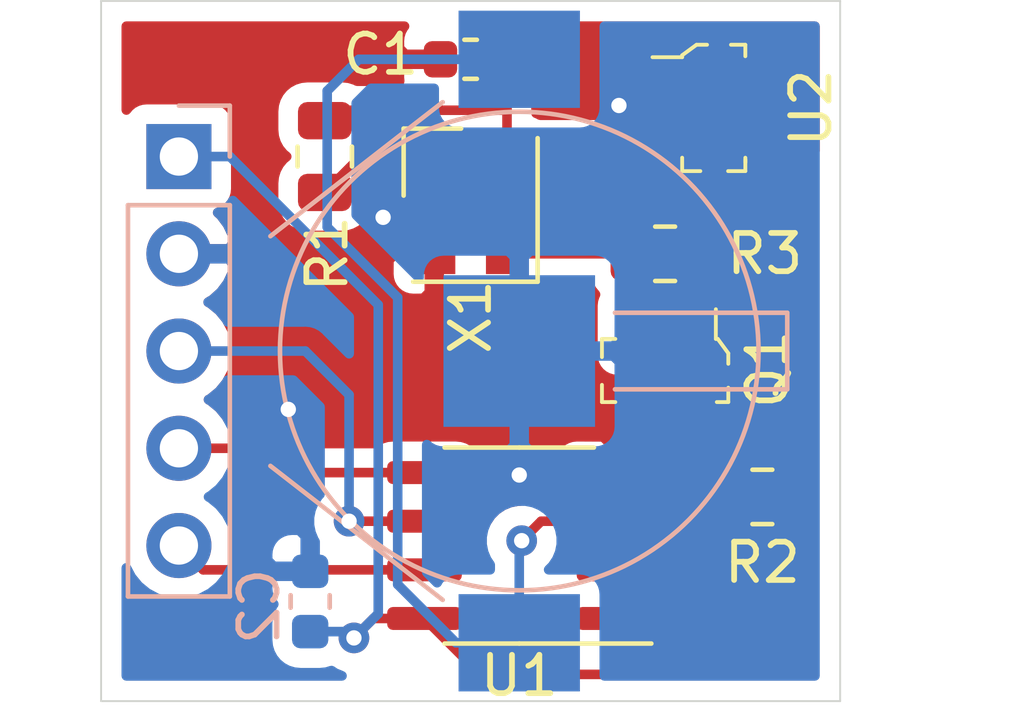
<source format=kicad_pcb>
(kicad_pcb (version 20171130) (host pcbnew "(5.1.2)-1")

  (general
    (thickness 1.6)
    (drawings 4)
    (tracks 66)
    (zones 0)
    (modules 11)
    (nets 11)
  )

  (page A4)
  (layers
    (0 F.Cu signal)
    (31 B.Cu signal)
    (32 B.Adhes user)
    (33 F.Adhes user)
    (34 B.Paste user)
    (35 F.Paste user)
    (36 B.SilkS user)
    (37 F.SilkS user)
    (38 B.Mask user)
    (39 F.Mask user)
    (40 Dwgs.User user)
    (41 Cmts.User user)
    (42 Eco1.User user)
    (43 Eco2.User user)
    (44 Edge.Cuts user)
    (45 Margin user)
    (46 B.CrtYd user)
    (47 F.CrtYd user)
    (48 B.Fab user)
    (49 F.Fab user)
  )

  (setup
    (last_trace_width 0.25)
    (trace_clearance 0.2)
    (zone_clearance 0.508)
    (zone_45_only no)
    (trace_min 0.2)
    (via_size 0.8)
    (via_drill 0.4)
    (via_min_size 0.4)
    (via_min_drill 0.3)
    (uvia_size 0.3)
    (uvia_drill 0.1)
    (uvias_allowed no)
    (uvia_min_size 0.2)
    (uvia_min_drill 0.1)
    (edge_width 0.05)
    (segment_width 0.2)
    (pcb_text_width 0.3)
    (pcb_text_size 1.5 1.5)
    (mod_edge_width 0.12)
    (mod_text_size 1 1)
    (mod_text_width 0.15)
    (pad_size 1.524 1.524)
    (pad_drill 0.762)
    (pad_to_mask_clearance 0.051)
    (solder_mask_min_width 0.25)
    (aux_axis_origin 0 0)
    (visible_elements 7FFFFFFF)
    (pcbplotparams
      (layerselection 0x010fc_ffffffff)
      (usegerberextensions false)
      (usegerberattributes false)
      (usegerberadvancedattributes false)
      (creategerberjobfile false)
      (excludeedgelayer true)
      (linewidth 0.100000)
      (plotframeref false)
      (viasonmask false)
      (mode 1)
      (useauxorigin false)
      (hpglpennumber 1)
      (hpglpenspeed 20)
      (hpglpendiameter 15.000000)
      (psnegative false)
      (psa4output false)
      (plotreference true)
      (plotvalue true)
      (plotinvisibletext false)
      (padsonsilk false)
      (subtractmaskfromsilk false)
      (outputformat 1)
      (mirror false)
      (drillshape 0)
      (scaleselection 1)
      (outputdirectory "gbr/"))
  )

  (net 0 "")
  (net 1 GND)
  (net 2 "Net-(BT1-Pad1)")
  (net 3 3.3V)
  (net 4 MFP)
  (net 5 SDA)
  (net 6 SCL)
  (net 7 5V)
  (net 8 UOSC)
  (net 9 OSC)
  (net 10 OE)

  (net_class Default "This is the default net class."
    (clearance 0.2)
    (trace_width 0.25)
    (via_dia 0.8)
    (via_drill 0.4)
    (uvia_dia 0.3)
    (uvia_drill 0.1)
    (add_net 3.3V)
    (add_net 5V)
    (add_net GND)
    (add_net MFP)
    (add_net "Net-(BT1-Pad1)")
    (add_net OE)
    (add_net OSC)
    (add_net SCL)
    (add_net SDA)
    (add_net UOSC)
  )

  (module Capacitor_SMD:C_0603_1608Metric (layer B.Cu) (tedit 5B301BBE) (tstamp 5EB295AC)
    (at 138.049 108.1405 90)
    (descr "Capacitor SMD 0603 (1608 Metric), square (rectangular) end terminal, IPC_7351 nominal, (Body size source: http://www.tortai-tech.com/upload/download/2011102023233369053.pdf), generated with kicad-footprint-generator")
    (tags capacitor)
    (path /5EB5583D)
    (attr smd)
    (fp_text reference C2 (at -0.127 -1.3335 90) (layer B.SilkS)
      (effects (font (size 1 1) (thickness 0.15)) (justify mirror))
    )
    (fp_text value 10kpF (at 0 -1.43 90) (layer B.Fab)
      (effects (font (size 1 1) (thickness 0.15)) (justify mirror))
    )
    (fp_text user %R (at 0 0 90) (layer B.Fab)
      (effects (font (size 0.4 0.4) (thickness 0.06)) (justify mirror))
    )
    (fp_line (start 1.48 -0.73) (end -1.48 -0.73) (layer B.CrtYd) (width 0.05))
    (fp_line (start 1.48 0.73) (end 1.48 -0.73) (layer B.CrtYd) (width 0.05))
    (fp_line (start -1.48 0.73) (end 1.48 0.73) (layer B.CrtYd) (width 0.05))
    (fp_line (start -1.48 -0.73) (end -1.48 0.73) (layer B.CrtYd) (width 0.05))
    (fp_line (start -0.162779 -0.51) (end 0.162779 -0.51) (layer B.SilkS) (width 0.12))
    (fp_line (start -0.162779 0.51) (end 0.162779 0.51) (layer B.SilkS) (width 0.12))
    (fp_line (start 0.8 -0.4) (end -0.8 -0.4) (layer B.Fab) (width 0.1))
    (fp_line (start 0.8 0.4) (end 0.8 -0.4) (layer B.Fab) (width 0.1))
    (fp_line (start -0.8 0.4) (end 0.8 0.4) (layer B.Fab) (width 0.1))
    (fp_line (start -0.8 -0.4) (end -0.8 0.4) (layer B.Fab) (width 0.1))
    (pad 2 smd roundrect (at 0.7875 0 90) (size 0.875 0.95) (layers B.Cu B.Paste B.Mask) (roundrect_rratio 0.25)
      (net 1 GND))
    (pad 1 smd roundrect (at -0.7875 0 90) (size 0.875 0.95) (layers B.Cu B.Paste B.Mask) (roundrect_rratio 0.25)
      (net 7 5V))
    (model ${KISYS3DMOD}/Capacitor_SMD.3dshapes/C_0603_1608Metric.wrl
      (at (xyz 0 0 0))
      (scale (xyz 1 1 1))
      (rotate (xyz 0 0 0))
    )
  )

  (module Capacitor_SMD:C_0603_1608Metric (layer F.Cu) (tedit 5B301BBE) (tstamp 5EB27AFC)
    (at 142.24 93.98)
    (descr "Capacitor SMD 0603 (1608 Metric), square (rectangular) end terminal, IPC_7351 nominal, (Body size source: http://www.tortai-tech.com/upload/download/2011102023233369053.pdf), generated with kicad-footprint-generator")
    (tags capacitor)
    (path /5EB4CB1A)
    (attr smd)
    (fp_text reference C1 (at -2.3495 -0.127) (layer F.SilkS)
      (effects (font (size 1 1) (thickness 0.15)))
    )
    (fp_text value 10kpF (at 0 1.43) (layer F.Fab)
      (effects (font (size 1 1) (thickness 0.15)))
    )
    (fp_text user %R (at 0 0) (layer F.Fab)
      (effects (font (size 0.4 0.4) (thickness 0.06)))
    )
    (fp_line (start 1.48 0.73) (end -1.48 0.73) (layer F.CrtYd) (width 0.05))
    (fp_line (start 1.48 -0.73) (end 1.48 0.73) (layer F.CrtYd) (width 0.05))
    (fp_line (start -1.48 -0.73) (end 1.48 -0.73) (layer F.CrtYd) (width 0.05))
    (fp_line (start -1.48 0.73) (end -1.48 -0.73) (layer F.CrtYd) (width 0.05))
    (fp_line (start -0.162779 0.51) (end 0.162779 0.51) (layer F.SilkS) (width 0.12))
    (fp_line (start -0.162779 -0.51) (end 0.162779 -0.51) (layer F.SilkS) (width 0.12))
    (fp_line (start 0.8 0.4) (end -0.8 0.4) (layer F.Fab) (width 0.1))
    (fp_line (start 0.8 -0.4) (end 0.8 0.4) (layer F.Fab) (width 0.1))
    (fp_line (start -0.8 -0.4) (end 0.8 -0.4) (layer F.Fab) (width 0.1))
    (fp_line (start -0.8 0.4) (end -0.8 -0.4) (layer F.Fab) (width 0.1))
    (pad 2 smd roundrect (at 0.7875 0) (size 0.875 0.95) (layers F.Cu F.Paste F.Mask) (roundrect_rratio 0.25)
      (net 3 3.3V))
    (pad 1 smd roundrect (at -0.7875 0) (size 0.875 0.95) (layers F.Cu F.Paste F.Mask) (roundrect_rratio 0.25)
      (net 1 GND))
    (model ${KISYS3DMOD}/Capacitor_SMD.3dshapes/C_0603_1608Metric.wrl
      (at (xyz 0 0 0))
      (scale (xyz 1 1 1))
      (rotate (xyz 0 0 0))
    )
  )

  (module Battery:BatteryHolder_Keystone_2894_CR1220 (layer B.Cu) (tedit 5EB215E3) (tstamp 5EB27AEB)
    (at 143.51 101.6 270)
    (path /5EB3005C)
    (fp_text reference BT1 (at 0 -8 270) (layer B.SilkS) hide
      (effects (font (size 1 1) (thickness 0.15)) (justify mirror))
    )
    (fp_text value Battery_Cell (at 0 -9.5 270) (layer B.Fab)
      (effects (font (size 1 1) (thickness 0.15)) (justify mirror))
    )
    (fp_line (start 1 -7) (end 1 -2.5) (layer B.SilkS) (width 0.12))
    (fp_line (start -1 -7) (end 1 -7) (layer B.SilkS) (width 0.12))
    (fp_line (start -1 -2.5) (end -1 -7) (layer B.SilkS) (width 0.12))
    (fp_line (start 3 6.5) (end 6.5 2) (layer B.SilkS) (width 0.12))
    (fp_line (start -6.5 2) (end -3 6.5) (layer B.SilkS) (width 0.12))
    (fp_line (start -6.5 2) (end -9 2) (layer B.CrtYd) (width 0.12))
    (fp_line (start -3 6.5) (end -6.5 2) (layer B.CrtYd) (width 0.12))
    (fp_line (start 3 6.5) (end -3 6.5) (layer B.CrtYd) (width 0.12))
    (fp_line (start 6.5 2) (end 3 6.5) (layer B.CrtYd) (width 0.12))
    (fp_line (start 9 2) (end 6.5 2) (layer B.CrtYd) (width 0.12))
    (fp_line (start 9 -2) (end 9 2) (layer B.CrtYd) (width 0.12))
    (fp_line (start 6.5 -2) (end 9 -2) (layer B.CrtYd) (width 0.12))
    (fp_line (start 3 -6.5) (end 6.5 -2) (layer B.CrtYd) (width 0.12))
    (fp_line (start -3 -6.5) (end 3 -6.5) (layer B.CrtYd) (width 0.12))
    (fp_line (start -6.5 -2) (end -3 -6.5) (layer B.CrtYd) (width 0.12))
    (fp_line (start -9 -2) (end -6.5 -2) (layer B.CrtYd) (width 0.12))
    (fp_line (start -9 2) (end -9 -2) (layer B.CrtYd) (width 0.12))
    (fp_circle (center 0 0) (end 6.25 0) (layer B.SilkS) (width 0.12))
    (pad 1 smd rect (at 7.62 0 270) (size 2.54 3.17) (layers B.Cu B.Paste B.Mask)
      (net 2 "Net-(BT1-Pad1)"))
    (pad 1 smd rect (at -7.62 0 270) (size 2.54 3.17) (layers B.Cu B.Paste B.Mask)
      (net 2 "Net-(BT1-Pad1)"))
    (pad 2 smd rect (at 0 0 270) (size 3.96 3.96) (layers B.Cu B.Paste B.Mask)
      (net 1 GND))
  )

  (module Oscillator:ECS-327MVATX-3 (layer F.Cu) (tedit 5E8BE8B7) (tstamp 5EB27BAA)
    (at 142.24 97.79 270)
    (path /5EB21F07)
    (fp_text reference X1 (at 2.921 0 90) (layer F.SilkS)
      (effects (font (size 1 1) (thickness 0.15)))
    )
    (fp_text value ECS-327TXO (at 0 -2.5 90) (layer F.Fab)
      (effects (font (size 1 1) (thickness 0.15)))
    )
    (fp_line (start 2 -1.75) (end 2 1.5) (layer F.SilkS) (width 0.12))
    (fp_line (start -1.75 -1.75) (end 2 -1.75) (layer F.SilkS) (width 0.12))
    (fp_line (start -2 1.75) (end -0.25 1.75) (layer F.SilkS) (width 0.12))
    (fp_line (start -2 0.25) (end -2 1.75) (layer F.SilkS) (width 0.12))
    (fp_line (start 2 -1.75) (end -2 -1.75) (layer F.CrtYd) (width 0.12))
    (fp_line (start 2 1.75) (end 2 -1.75) (layer F.CrtYd) (width 0.12))
    (fp_line (start -2 1.75) (end 2 1.75) (layer F.CrtYd) (width 0.12))
    (fp_line (start -2 -1.75) (end -2 1.75) (layer F.CrtYd) (width 0.12))
    (pad 2 smd rect (at 1.15 0.95 270) (size 1.3 1.1) (layers F.Cu F.Paste F.Mask)
      (net 1 GND))
    (pad 1 smd rect (at -1.15 0.95 270) (size 1.3 1.1) (layers F.Cu F.Paste F.Mask)
      (net 10 OE))
    (pad 3 smd rect (at 1.15 -0.95 270) (size 1.3 1.1) (layers F.Cu F.Paste F.Mask)
      (net 8 UOSC))
    (pad 4 smd rect (at -1.15 -0.95 270) (size 1.3 1.1) (layers F.Cu F.Paste F.Mask)
      (net 3 3.3V))
  )

  (module digikey-footprints:SOT-23-3 (layer F.Cu) (tedit 5D28A5E3) (tstamp 5EB27B9A)
    (at 148.59 95.25)
    (path /5EB26343)
    (attr smd)
    (fp_text reference U2 (at 2.54 0 90) (layer F.SilkS)
      (effects (font (size 1 1) (thickness 0.15)))
    )
    (fp_text value MCP1700T-3302E_TT (at 0.025 3.25) (layer F.Fab)
      (effects (font (size 1 1) (thickness 0.15)))
    )
    (fp_line (start 0.7 1.52) (end 0.7 -1.52) (layer F.Fab) (width 0.1))
    (fp_line (start -0.7 1.52) (end 0.7 1.52) (layer F.Fab) (width 0.1))
    (fp_text user %R (at -0.125 0.15) (layer F.Fab)
      (effects (font (size 0.25 0.25) (thickness 0.05)))
    )
    (fp_line (start 0.825 -1.65) (end 0.825 -1.35) (layer F.SilkS) (width 0.1))
    (fp_line (start 0.45 -1.65) (end 0.825 -1.65) (layer F.SilkS) (width 0.1))
    (fp_line (start 0.825 1.65) (end 0.375 1.65) (layer F.SilkS) (width 0.1))
    (fp_line (start 0.825 1.35) (end 0.825 1.65) (layer F.SilkS) (width 0.1))
    (fp_line (start 0.825 1.425) (end 0.825 1.3) (layer F.SilkS) (width 0.1))
    (fp_line (start -0.825 1.65) (end -0.825 1.3) (layer F.SilkS) (width 0.1))
    (fp_line (start -0.35 1.65) (end -0.825 1.65) (layer F.SilkS) (width 0.1))
    (fp_line (start -0.425 -1.525) (end -0.7 -1.325) (layer F.Fab) (width 0.1))
    (fp_line (start -0.425 -1.525) (end 0.7 -1.525) (layer F.Fab) (width 0.1))
    (fp_line (start -0.7 -1.325) (end -0.7 1.525) (layer F.Fab) (width 0.1))
    (fp_line (start -0.825 -1.325) (end -1.6 -1.325) (layer F.SilkS) (width 0.1))
    (fp_line (start -0.825 -1.375) (end -0.825 -1.325) (layer F.SilkS) (width 0.1))
    (fp_line (start -0.45 -1.65) (end -0.825 -1.375) (layer F.SilkS) (width 0.1))
    (fp_line (start -0.175 -1.65) (end -0.45 -1.65) (layer F.SilkS) (width 0.1))
    (fp_line (start 1.825 -1.95) (end 1.825 1.95) (layer F.CrtYd) (width 0.05))
    (fp_line (start 1.825 1.95) (end -1.825 1.95) (layer F.CrtYd) (width 0.05))
    (fp_line (start -1.825 -1.95) (end -1.825 1.95) (layer F.CrtYd) (width 0.05))
    (fp_line (start -1.825 -1.95) (end 1.825 -1.95) (layer F.CrtYd) (width 0.05))
    (pad 1 smd rect (at -1.05 -0.95) (size 1.3 0.6) (layers F.Cu F.Paste F.Mask)
      (net 1 GND) (solder_mask_margin 0.07))
    (pad 2 smd rect (at -1.05 0.95) (size 1.3 0.6) (layers F.Cu F.Paste F.Mask)
      (net 3 3.3V) (solder_mask_margin 0.07))
    (pad 3 smd rect (at 1.05 0) (size 1.3 0.6) (layers F.Cu F.Paste F.Mask)
      (net 7 5V) (solder_mask_margin 0.07))
  )

  (module Package_SO:SOIC-8_3.9x4.9mm_P1.27mm (layer F.Cu) (tedit 5C97300E) (tstamp 5EB27B7E)
    (at 143.51 106.68 180)
    (descr "SOIC, 8 Pin (JEDEC MS-012AA, https://www.analog.com/media/en/package-pcb-resources/package/pkg_pdf/soic_narrow-r/r_8.pdf), generated with kicad-footprint-generator ipc_gullwing_generator.py")
    (tags "SOIC SO")
    (path /5EB20E7A)
    (attr smd)
    (fp_text reference U1 (at 0 -3.4) (layer F.SilkS)
      (effects (font (size 1 1) (thickness 0.15)))
    )
    (fp_text value MCP7940N-xSN (at 0 3.4) (layer F.Fab)
      (effects (font (size 1 1) (thickness 0.15)))
    )
    (fp_text user %R (at 0 0) (layer F.Fab)
      (effects (font (size 0.98 0.98) (thickness 0.15)))
    )
    (fp_line (start 3.7 -2.7) (end -3.7 -2.7) (layer F.CrtYd) (width 0.05))
    (fp_line (start 3.7 2.7) (end 3.7 -2.7) (layer F.CrtYd) (width 0.05))
    (fp_line (start -3.7 2.7) (end 3.7 2.7) (layer F.CrtYd) (width 0.05))
    (fp_line (start -3.7 -2.7) (end -3.7 2.7) (layer F.CrtYd) (width 0.05))
    (fp_line (start -1.95 -1.475) (end -0.975 -2.45) (layer F.Fab) (width 0.1))
    (fp_line (start -1.95 2.45) (end -1.95 -1.475) (layer F.Fab) (width 0.1))
    (fp_line (start 1.95 2.45) (end -1.95 2.45) (layer F.Fab) (width 0.1))
    (fp_line (start 1.95 -2.45) (end 1.95 2.45) (layer F.Fab) (width 0.1))
    (fp_line (start -0.975 -2.45) (end 1.95 -2.45) (layer F.Fab) (width 0.1))
    (fp_line (start 0 -2.56) (end -3.45 -2.56) (layer F.SilkS) (width 0.12))
    (fp_line (start 0 -2.56) (end 1.95 -2.56) (layer F.SilkS) (width 0.12))
    (fp_line (start 0 2.56) (end -1.95 2.56) (layer F.SilkS) (width 0.12))
    (fp_line (start 0 2.56) (end 1.95 2.56) (layer F.SilkS) (width 0.12))
    (pad 8 smd roundrect (at 2.475 -1.905 180) (size 1.95 0.6) (layers F.Cu F.Paste F.Mask) (roundrect_rratio 0.25)
      (net 7 5V))
    (pad 7 smd roundrect (at 2.475 -0.635 180) (size 1.95 0.6) (layers F.Cu F.Paste F.Mask) (roundrect_rratio 0.25)
      (net 4 MFP))
    (pad 6 smd roundrect (at 2.475 0.635 180) (size 1.95 0.6) (layers F.Cu F.Paste F.Mask) (roundrect_rratio 0.25)
      (net 6 SCL))
    (pad 5 smd roundrect (at 2.475 1.905 180) (size 1.95 0.6) (layers F.Cu F.Paste F.Mask) (roundrect_rratio 0.25)
      (net 5 SDA))
    (pad 4 smd roundrect (at -2.475 1.905 180) (size 1.95 0.6) (layers F.Cu F.Paste F.Mask) (roundrect_rratio 0.25)
      (net 1 GND))
    (pad 3 smd roundrect (at -2.475 0.635 180) (size 1.95 0.6) (layers F.Cu F.Paste F.Mask) (roundrect_rratio 0.25)
      (net 2 "Net-(BT1-Pad1)"))
    (pad 2 smd roundrect (at -2.475 -0.635 180) (size 1.95 0.6) (layers F.Cu F.Paste F.Mask) (roundrect_rratio 0.25))
    (pad 1 smd roundrect (at -2.475 -1.905 180) (size 1.95 0.6) (layers F.Cu F.Paste F.Mask) (roundrect_rratio 0.25)
      (net 9 OSC))
    (model ${KISYS3DMOD}/Package_SO.3dshapes/SOIC-8_3.9x4.9mm_P1.27mm.wrl
      (at (xyz 0 0 0))
      (scale (xyz 1 1 1))
      (rotate (xyz 0 0 0))
    )
  )

  (module Resistor_SMD:R_0805_2012Metric (layer F.Cu) (tedit 5B36C52B) (tstamp 5EB27B64)
    (at 147.32 99.06)
    (descr "Resistor SMD 0805 (2012 Metric), square (rectangular) end terminal, IPC_7351 nominal, (Body size source: https://docs.google.com/spreadsheets/d/1BsfQQcO9C6DZCsRaXUlFlo91Tg2WpOkGARC1WS5S8t0/edit?usp=sharing), generated with kicad-footprint-generator")
    (tags resistor)
    (path /5EB25BA9)
    (attr smd)
    (fp_text reference R3 (at 2.6035 0) (layer F.SilkS)
      (effects (font (size 1 1) (thickness 0.15)))
    )
    (fp_text value 10kR (at 0 1.65) (layer F.Fab)
      (effects (font (size 1 1) (thickness 0.15)))
    )
    (fp_text user %R (at 0 0) (layer F.Fab)
      (effects (font (size 0.5 0.5) (thickness 0.08)))
    )
    (fp_line (start 1.68 0.95) (end -1.68 0.95) (layer F.CrtYd) (width 0.05))
    (fp_line (start 1.68 -0.95) (end 1.68 0.95) (layer F.CrtYd) (width 0.05))
    (fp_line (start -1.68 -0.95) (end 1.68 -0.95) (layer F.CrtYd) (width 0.05))
    (fp_line (start -1.68 0.95) (end -1.68 -0.95) (layer F.CrtYd) (width 0.05))
    (fp_line (start -0.258578 0.71) (end 0.258578 0.71) (layer F.SilkS) (width 0.12))
    (fp_line (start -0.258578 -0.71) (end 0.258578 -0.71) (layer F.SilkS) (width 0.12))
    (fp_line (start 1 0.6) (end -1 0.6) (layer F.Fab) (width 0.1))
    (fp_line (start 1 -0.6) (end 1 0.6) (layer F.Fab) (width 0.1))
    (fp_line (start -1 -0.6) (end 1 -0.6) (layer F.Fab) (width 0.1))
    (fp_line (start -1 0.6) (end -1 -0.6) (layer F.Fab) (width 0.1))
    (pad 2 smd roundrect (at 0.9375 0) (size 0.975 1.4) (layers F.Cu F.Paste F.Mask) (roundrect_rratio 0.25)
      (net 3 3.3V))
    (pad 1 smd roundrect (at -0.9375 0) (size 0.975 1.4) (layers F.Cu F.Paste F.Mask) (roundrect_rratio 0.25)
      (net 8 UOSC))
    (model ${KISYS3DMOD}/Resistor_SMD.3dshapes/R_0805_2012Metric.wrl
      (at (xyz 0 0 0))
      (scale (xyz 1 1 1))
      (rotate (xyz 0 0 0))
    )
  )

  (module Resistor_SMD:R_0805_2012Metric (layer F.Cu) (tedit 5B36C52B) (tstamp 5EB27B53)
    (at 149.86 105.41)
    (descr "Resistor SMD 0805 (2012 Metric), square (rectangular) end terminal, IPC_7351 nominal, (Body size source: https://docs.google.com/spreadsheets/d/1BsfQQcO9C6DZCsRaXUlFlo91Tg2WpOkGARC1WS5S8t0/edit?usp=sharing), generated with kicad-footprint-generator")
    (tags resistor)
    (path /5EB252C4)
    (attr smd)
    (fp_text reference R2 (at 0 1.7145) (layer F.SilkS)
      (effects (font (size 1 1) (thickness 0.15)))
    )
    (fp_text value 10kR (at 0 1.65) (layer F.Fab)
      (effects (font (size 1 1) (thickness 0.15)))
    )
    (fp_text user %R (at 0 0) (layer F.Fab)
      (effects (font (size 0.5 0.5) (thickness 0.08)))
    )
    (fp_line (start 1.68 0.95) (end -1.68 0.95) (layer F.CrtYd) (width 0.05))
    (fp_line (start 1.68 -0.95) (end 1.68 0.95) (layer F.CrtYd) (width 0.05))
    (fp_line (start -1.68 -0.95) (end 1.68 -0.95) (layer F.CrtYd) (width 0.05))
    (fp_line (start -1.68 0.95) (end -1.68 -0.95) (layer F.CrtYd) (width 0.05))
    (fp_line (start -0.258578 0.71) (end 0.258578 0.71) (layer F.SilkS) (width 0.12))
    (fp_line (start -0.258578 -0.71) (end 0.258578 -0.71) (layer F.SilkS) (width 0.12))
    (fp_line (start 1 0.6) (end -1 0.6) (layer F.Fab) (width 0.1))
    (fp_line (start 1 -0.6) (end 1 0.6) (layer F.Fab) (width 0.1))
    (fp_line (start -1 -0.6) (end 1 -0.6) (layer F.Fab) (width 0.1))
    (fp_line (start -1 0.6) (end -1 -0.6) (layer F.Fab) (width 0.1))
    (pad 2 smd roundrect (at 0.9375 0) (size 0.975 1.4) (layers F.Cu F.Paste F.Mask) (roundrect_rratio 0.25)
      (net 7 5V))
    (pad 1 smd roundrect (at -0.9375 0) (size 0.975 1.4) (layers F.Cu F.Paste F.Mask) (roundrect_rratio 0.25)
      (net 9 OSC))
    (model ${KISYS3DMOD}/Resistor_SMD.3dshapes/R_0805_2012Metric.wrl
      (at (xyz 0 0 0))
      (scale (xyz 1 1 1))
      (rotate (xyz 0 0 0))
    )
  )

  (module Resistor_SMD:R_0805_2012Metric (layer F.Cu) (tedit 5B36C52B) (tstamp 5EB27B42)
    (at 138.43 96.52 90)
    (descr "Resistor SMD 0805 (2012 Metric), square (rectangular) end terminal, IPC_7351 nominal, (Body size source: https://docs.google.com/spreadsheets/d/1BsfQQcO9C6DZCsRaXUlFlo91Tg2WpOkGARC1WS5S8t0/edit?usp=sharing), generated with kicad-footprint-generator")
    (tags resistor)
    (path /5EB279EA)
    (attr smd)
    (fp_text reference R1 (at -2.54 0.0635 90) (layer F.SilkS)
      (effects (font (size 1 1) (thickness 0.15)))
    )
    (fp_text value 10kR (at 0 1.65 90) (layer F.Fab)
      (effects (font (size 1 1) (thickness 0.15)))
    )
    (fp_text user %R (at 0 0 90) (layer F.Fab)
      (effects (font (size 0.5 0.5) (thickness 0.08)))
    )
    (fp_line (start 1.68 0.95) (end -1.68 0.95) (layer F.CrtYd) (width 0.05))
    (fp_line (start 1.68 -0.95) (end 1.68 0.95) (layer F.CrtYd) (width 0.05))
    (fp_line (start -1.68 -0.95) (end 1.68 -0.95) (layer F.CrtYd) (width 0.05))
    (fp_line (start -1.68 0.95) (end -1.68 -0.95) (layer F.CrtYd) (width 0.05))
    (fp_line (start -0.258578 0.71) (end 0.258578 0.71) (layer F.SilkS) (width 0.12))
    (fp_line (start -0.258578 -0.71) (end 0.258578 -0.71) (layer F.SilkS) (width 0.12))
    (fp_line (start 1 0.6) (end -1 0.6) (layer F.Fab) (width 0.1))
    (fp_line (start 1 -0.6) (end 1 0.6) (layer F.Fab) (width 0.1))
    (fp_line (start -1 -0.6) (end 1 -0.6) (layer F.Fab) (width 0.1))
    (fp_line (start -1 0.6) (end -1 -0.6) (layer F.Fab) (width 0.1))
    (pad 2 smd roundrect (at 0.9375 0 90) (size 0.975 1.4) (layers F.Cu F.Paste F.Mask) (roundrect_rratio 0.25)
      (net 3 3.3V))
    (pad 1 smd roundrect (at -0.9375 0 90) (size 0.975 1.4) (layers F.Cu F.Paste F.Mask) (roundrect_rratio 0.25)
      (net 10 OE))
    (model ${KISYS3DMOD}/Resistor_SMD.3dshapes/R_0805_2012Metric.wrl
      (at (xyz 0 0 0))
      (scale (xyz 1 1 1))
      (rotate (xyz 0 0 0))
    )
  )

  (module digikey-footprints:SOT-23-3 (layer F.Cu) (tedit 5D28A5E3) (tstamp 5EB27B31)
    (at 147.32 102.108 270)
    (path /5EB24B85)
    (attr smd)
    (fp_text reference Q1 (at -0.0295 -2.667 90) (layer F.SilkS)
      (effects (font (size 1 1) (thickness 0.15)))
    )
    (fp_text value BSS138-7-F (at 0.025 3.25 90) (layer F.Fab)
      (effects (font (size 1 1) (thickness 0.15)))
    )
    (fp_line (start 0.7 1.52) (end 0.7 -1.52) (layer F.Fab) (width 0.1))
    (fp_line (start -0.7 1.52) (end 0.7 1.52) (layer F.Fab) (width 0.1))
    (fp_text user %R (at -0.125 0.15 90) (layer F.Fab)
      (effects (font (size 0.25 0.25) (thickness 0.05)))
    )
    (fp_line (start 0.825 -1.65) (end 0.825 -1.35) (layer F.SilkS) (width 0.1))
    (fp_line (start 0.45 -1.65) (end 0.825 -1.65) (layer F.SilkS) (width 0.1))
    (fp_line (start 0.825 1.65) (end 0.375 1.65) (layer F.SilkS) (width 0.1))
    (fp_line (start 0.825 1.35) (end 0.825 1.65) (layer F.SilkS) (width 0.1))
    (fp_line (start 0.825 1.425) (end 0.825 1.3) (layer F.SilkS) (width 0.1))
    (fp_line (start -0.825 1.65) (end -0.825 1.3) (layer F.SilkS) (width 0.1))
    (fp_line (start -0.35 1.65) (end -0.825 1.65) (layer F.SilkS) (width 0.1))
    (fp_line (start -0.425 -1.525) (end -0.7 -1.325) (layer F.Fab) (width 0.1))
    (fp_line (start -0.425 -1.525) (end 0.7 -1.525) (layer F.Fab) (width 0.1))
    (fp_line (start -0.7 -1.325) (end -0.7 1.525) (layer F.Fab) (width 0.1))
    (fp_line (start -0.825 -1.325) (end -1.6 -1.325) (layer F.SilkS) (width 0.1))
    (fp_line (start -0.825 -1.375) (end -0.825 -1.325) (layer F.SilkS) (width 0.1))
    (fp_line (start -0.45 -1.65) (end -0.825 -1.375) (layer F.SilkS) (width 0.1))
    (fp_line (start -0.175 -1.65) (end -0.45 -1.65) (layer F.SilkS) (width 0.1))
    (fp_line (start 1.825 -1.95) (end 1.825 1.95) (layer F.CrtYd) (width 0.05))
    (fp_line (start 1.825 1.95) (end -1.825 1.95) (layer F.CrtYd) (width 0.05))
    (fp_line (start -1.825 -1.95) (end -1.825 1.95) (layer F.CrtYd) (width 0.05))
    (fp_line (start -1.825 -1.95) (end 1.825 -1.95) (layer F.CrtYd) (width 0.05))
    (pad 1 smd rect (at -1.05 -0.95 270) (size 1.3 0.6) (layers F.Cu F.Paste F.Mask)
      (net 3 3.3V) (solder_mask_margin 0.07))
    (pad 2 smd rect (at -1.05 0.95 270) (size 1.3 0.6) (layers F.Cu F.Paste F.Mask)
      (net 8 UOSC) (solder_mask_margin 0.07))
    (pad 3 smd rect (at 1.05 0 270) (size 1.3 0.6) (layers F.Cu F.Paste F.Mask)
      (net 9 OSC) (solder_mask_margin 0.07))
  )

  (module Connector_PinHeader_2.54mm:PinHeader_1x05_P2.54mm_Vertical (layer B.Cu) (tedit 59FED5CC) (tstamp 5EB27B15)
    (at 134.62 96.52 180)
    (descr "Through hole straight pin header, 1x05, 2.54mm pitch, single row")
    (tags "Through hole pin header THT 1x05 2.54mm single row")
    (path /5EB31020)
    (fp_text reference J1 (at 0 2.33) (layer B.SilkS) hide
      (effects (font (size 1 1) (thickness 0.15)) (justify mirror))
    )
    (fp_text value Conn_01x05 (at 0 -12.49) (layer B.Fab)
      (effects (font (size 1 1) (thickness 0.15)) (justify mirror))
    )
    (fp_text user %R (at 0 -5.08 270) (layer B.Fab)
      (effects (font (size 1 1) (thickness 0.15)) (justify mirror))
    )
    (fp_line (start 1.8 1.8) (end -1.8 1.8) (layer B.CrtYd) (width 0.05))
    (fp_line (start 1.8 -11.95) (end 1.8 1.8) (layer B.CrtYd) (width 0.05))
    (fp_line (start -1.8 -11.95) (end 1.8 -11.95) (layer B.CrtYd) (width 0.05))
    (fp_line (start -1.8 1.8) (end -1.8 -11.95) (layer B.CrtYd) (width 0.05))
    (fp_line (start -1.33 1.33) (end 0 1.33) (layer B.SilkS) (width 0.12))
    (fp_line (start -1.33 0) (end -1.33 1.33) (layer B.SilkS) (width 0.12))
    (fp_line (start -1.33 -1.27) (end 1.33 -1.27) (layer B.SilkS) (width 0.12))
    (fp_line (start 1.33 -1.27) (end 1.33 -11.49) (layer B.SilkS) (width 0.12))
    (fp_line (start -1.33 -1.27) (end -1.33 -11.49) (layer B.SilkS) (width 0.12))
    (fp_line (start -1.33 -11.49) (end 1.33 -11.49) (layer B.SilkS) (width 0.12))
    (fp_line (start -1.27 0.635) (end -0.635 1.27) (layer B.Fab) (width 0.1))
    (fp_line (start -1.27 -11.43) (end -1.27 0.635) (layer B.Fab) (width 0.1))
    (fp_line (start 1.27 -11.43) (end -1.27 -11.43) (layer B.Fab) (width 0.1))
    (fp_line (start 1.27 1.27) (end 1.27 -11.43) (layer B.Fab) (width 0.1))
    (fp_line (start -0.635 1.27) (end 1.27 1.27) (layer B.Fab) (width 0.1))
    (pad 5 thru_hole oval (at 0 -10.16 180) (size 1.7 1.7) (drill 1) (layers *.Cu *.Mask)
      (net 4 MFP))
    (pad 4 thru_hole oval (at 0 -7.62 180) (size 1.7 1.7) (drill 1) (layers *.Cu *.Mask)
      (net 5 SDA))
    (pad 3 thru_hole oval (at 0 -5.08 180) (size 1.7 1.7) (drill 1) (layers *.Cu *.Mask)
      (net 6 SCL))
    (pad 2 thru_hole oval (at 0 -2.54 180) (size 1.7 1.7) (drill 1) (layers *.Cu *.Mask)
      (net 1 GND))
    (pad 1 thru_hole rect (at 0 0 180) (size 1.7 1.7) (drill 1) (layers *.Cu *.Mask)
      (net 7 5V))
    (model ${KISYS3DMOD}/Connector_PinHeader_2.54mm.3dshapes/PinHeader_1x05_P2.54mm_Vertical.wrl
      (at (xyz 0 0 0))
      (scale (xyz 1 1 1))
      (rotate (xyz 0 0 0))
    )
  )

  (gr_line (start 151.892 92.456) (end 132.588 92.456) (layer Edge.Cuts) (width 0.05) (tstamp 5EB2850A))
  (gr_line (start 151.892 110.744) (end 151.892 92.456) (layer Edge.Cuts) (width 0.05))
  (gr_line (start 132.588 110.744) (end 151.892 110.744) (layer Edge.Cuts) (width 0.05))
  (gr_line (start 132.588 92.456) (end 132.588 110.744) (layer Edge.Cuts) (width 0.05))

  (via (at 143.51 104.8385) (size 0.8) (drill 0.4) (layers F.Cu B.Cu) (net 1))
  (via (at 139.954 98.1075) (size 0.8) (drill 0.4) (layers F.Cu B.Cu) (net 1))
  (via (at 146.1135 95.1865) (size 0.8) (drill 0.4) (layers F.Cu B.Cu) (net 1))
  (via (at 137.4775 103.124) (size 0.8) (drill 0.4) (layers F.Cu B.Cu) (net 1))
  (via (at 143.5735 106.553) (size 0.8) (drill 0.4) (layers F.Cu B.Cu) (net 2))
  (segment (start 145.985 106.045) (end 144.0815 106.045) (width 0.25) (layer F.Cu) (net 2))
  (segment (start 144.0815 106.045) (end 143.5735 106.553) (width 0.25) (layer F.Cu) (net 2))
  (segment (start 143.51 106.6165) (end 143.51 109.22) (width 0.25) (layer B.Cu) (net 2))
  (segment (start 143.5735 106.553) (end 143.51 106.6165) (width 0.25) (layer B.Cu) (net 2))
  (segment (start 143.51 109.22) (end 141.859 109.22) (width 0.25) (layer B.Cu) (net 2))
  (segment (start 141.859 109.22) (end 140.335 107.696) (width 0.25) (layer B.Cu) (net 2))
  (segment (start 143.51 93.98) (end 139.319 93.98) (width 0.25) (layer B.Cu) (net 2))
  (segment (start 139.319 93.98) (end 138.4935 94.8055) (width 0.25) (layer B.Cu) (net 2))
  (segment (start 138.4935 94.8055) (end 138.4935 98.3615) (width 0.25) (layer B.Cu) (net 2))
  (segment (start 138.4935 98.3615) (end 140.335 100.203) (width 0.25) (layer B.Cu) (net 2))
  (segment (start 140.335 100.203) (end 140.335 107.696) (width 0.25) (layer B.Cu) (net 2))
  (segment (start 148.27 99.0725) (end 148.2575 99.06) (width 0.25) (layer F.Cu) (net 3))
  (segment (start 148.2575 96.9175) (end 147.54 96.2) (width 0.25) (layer F.Cu) (net 3))
  (segment (start 148.2575 99.06) (end 148.2575 96.9175) (width 0.25) (layer F.Cu) (net 3))
  (segment (start 143.63 96.2) (end 143.19 96.64) (width 0.25) (layer F.Cu) (net 3))
  (segment (start 147.54 96.2) (end 143.63 96.2) (width 0.25) (layer F.Cu) (net 3))
  (segment (start 143.19 93.9925) (end 143.1775 93.98) (width 0.25) (layer F.Cu) (net 3))
  (segment (start 138.7015 95.311) (end 138.43 95.5825) (width 0.25) (layer F.Cu) (net 3))
  (segment (start 143.19 95.311) (end 138.7015 95.311) (width 0.25) (layer F.Cu) (net 3))
  (segment (start 143.19 95.311) (end 143.19 93.9925) (width 0.25) (layer F.Cu) (net 3))
  (segment (start 143.19 96.64) (end 143.19 95.311) (width 0.25) (layer F.Cu) (net 3))
  (segment (start 148.2575 101.0455) (end 148.27 101.058) (width 0.25) (layer F.Cu) (net 3))
  (segment (start 148.2575 99.06) (end 148.2575 101.0455) (width 0.25) (layer F.Cu) (net 3))
  (segment (start 135.255 107.315) (end 134.62 106.68) (width 0.25) (layer F.Cu) (net 4))
  (segment (start 141.035 107.315) (end 135.255 107.315) (width 0.25) (layer F.Cu) (net 4))
  (segment (start 141.035 104.775) (end 137.795 104.775) (width 0.25) (layer F.Cu) (net 5))
  (segment (start 137.16 104.14) (end 134.62 104.14) (width 0.25) (layer F.Cu) (net 5))
  (segment (start 137.795 104.775) (end 137.16 104.14) (width 0.25) (layer F.Cu) (net 5))
  (segment (start 134.62 101.6) (end 137.922 101.6) (width 0.25) (layer B.Cu) (net 6))
  (via (at 139.065 106.045) (size 0.8) (drill 0.4) (layers F.Cu B.Cu) (net 6))
  (segment (start 137.922 101.6) (end 139.065 102.743) (width 0.25) (layer B.Cu) (net 6))
  (segment (start 139.065 102.743) (end 139.065 106.045) (width 0.25) (layer B.Cu) (net 6))
  (segment (start 139.065 106.045) (end 141.035 106.045) (width 0.25) (layer F.Cu) (net 6))
  (segment (start 149.64 95.25) (end 149.64 95.8555) (width 0.25) (layer F.Cu) (net 7))
  (segment (start 150.7975 97.013) (end 150.7975 105.41) (width 0.25) (layer F.Cu) (net 7))
  (segment (start 149.64 95.8555) (end 150.7975 97.013) (width 0.25) (layer F.Cu) (net 7))
  (segment (start 150.7975 105.41) (end 150.7975 109.616) (width 0.25) (layer F.Cu) (net 7))
  (segment (start 150.7975 109.616) (end 150.368 110.0455) (width 0.25) (layer F.Cu) (net 7))
  (segment (start 142.4955 110.0455) (end 141.035 108.585) (width 0.25) (layer F.Cu) (net 7))
  (segment (start 150.368 110.0455) (end 142.4955 110.0455) (width 0.25) (layer F.Cu) (net 7))
  (segment (start 134.62 96.52) (end 135.9535 96.52) (width 0.25) (layer B.Cu) (net 7))
  (segment (start 135.9535 96.52) (end 139.827 100.3935) (width 0.25) (layer B.Cu) (net 7))
  (via (at 139.192 109.093) (size 0.8) (drill 0.4) (layers F.Cu B.Cu) (net 7))
  (segment (start 139.827 100.3935) (end 139.827 108.458) (width 0.25) (layer B.Cu) (net 7))
  (segment (start 139.827 108.458) (end 139.192 109.093) (width 0.25) (layer B.Cu) (net 7))
  (segment (start 139.7 108.585) (end 141.035 108.585) (width 0.25) (layer F.Cu) (net 7))
  (segment (start 139.192 109.093) (end 139.7 108.585) (width 0.25) (layer F.Cu) (net 7))
  (segment (start 139.027 108.928) (end 139.192 109.093) (width 0.25) (layer B.Cu) (net 7))
  (segment (start 138.049 108.928) (end 139.027 108.928) (width 0.25) (layer B.Cu) (net 7))
  (segment (start 146.37 99.0725) (end 146.3825 99.06) (width 0.25) (layer F.Cu) (net 8))
  (segment (start 146.37 101.058) (end 146.37 99.0725) (width 0.25) (layer F.Cu) (net 8))
  (segment (start 143.31 99.06) (end 143.19 98.94) (width 0.25) (layer F.Cu) (net 8))
  (segment (start 146.3825 99.06) (end 143.31 99.06) (width 0.25) (layer F.Cu) (net 8))
  (segment (start 148.9225 105.41) (end 148.9225 107.554) (width 0.25) (layer F.Cu) (net 9))
  (segment (start 147.8915 108.585) (end 145.985 108.585) (width 0.25) (layer F.Cu) (net 9))
  (segment (start 148.9225 107.554) (end 147.8915 108.585) (width 0.25) (layer F.Cu) (net 9))
  (segment (start 148.9225 105.41) (end 148.9225 103.9645) (width 0.25) (layer F.Cu) (net 9))
  (segment (start 148.116 103.158) (end 147.32 103.158) (width 0.25) (layer F.Cu) (net 9))
  (segment (start 148.9225 103.9645) (end 148.116 103.158) (width 0.25) (layer F.Cu) (net 9))
  (segment (start 139.2475 96.64) (end 138.43 97.4575) (width 0.25) (layer F.Cu) (net 10))
  (segment (start 141.29 96.64) (end 139.2475 96.64) (width 0.25) (layer F.Cu) (net 10))

  (zone (net 1) (net_name GND) (layer F.Cu) (tstamp 5EB298BE) (hatch edge 0.508)
    (connect_pads (clearance 0.508))
    (min_thickness 0.254)
    (fill yes (arc_segments 32) (thermal_gap 0.508) (thermal_bridge_width 0.508))
    (polygon
      (pts
        (xy 154.432 92.456) (xy 132.588 92.456) (xy 132.588 110.744) (xy 154.432 110.744)
      )
    )
    (filled_polygon
      (pts
        (xy 140.484463 93.150506) (xy 140.425498 93.26082) (xy 140.389188 93.380518) (xy 140.376928 93.505) (xy 140.38 93.69425)
        (xy 140.53875 93.853) (xy 141.3255 93.853) (xy 141.3255 93.833) (xy 141.5795 93.833) (xy 141.5795 93.853)
        (xy 141.5995 93.853) (xy 141.5995 94.107) (xy 141.5795 94.107) (xy 141.5795 94.127) (xy 141.3255 94.127)
        (xy 141.3255 94.107) (xy 140.53875 94.107) (xy 140.38 94.26575) (xy 140.376928 94.455) (xy 140.386383 94.551)
        (xy 139.274123 94.551) (xy 139.223709 94.524053) (xy 139.058285 94.473872) (xy 138.88625 94.456928) (xy 137.97375 94.456928)
        (xy 137.801715 94.473872) (xy 137.636291 94.524053) (xy 137.483836 94.605542) (xy 137.350208 94.715208) (xy 137.240542 94.848836)
        (xy 137.159053 95.001291) (xy 137.108872 95.166715) (xy 137.091928 95.33875) (xy 137.091928 95.82625) (xy 137.108872 95.998285)
        (xy 137.159053 96.163709) (xy 137.240542 96.316164) (xy 137.350208 96.449792) (xy 137.435756 96.52) (xy 137.350208 96.590208)
        (xy 137.240542 96.723836) (xy 137.159053 96.876291) (xy 137.108872 97.041715) (xy 137.091928 97.21375) (xy 137.091928 97.70125)
        (xy 137.108872 97.873285) (xy 137.159053 98.038709) (xy 137.240542 98.191164) (xy 137.350208 98.324792) (xy 137.483836 98.434458)
        (xy 137.636291 98.515947) (xy 137.801715 98.566128) (xy 137.97375 98.583072) (xy 138.88625 98.583072) (xy 139.058285 98.566128)
        (xy 139.223709 98.515947) (xy 139.376164 98.434458) (xy 139.509792 98.324792) (xy 139.619458 98.191164) (xy 139.700947 98.038709)
        (xy 139.751128 97.873285) (xy 139.768072 97.70125) (xy 139.768072 97.4) (xy 140.112762 97.4) (xy 140.114188 97.414482)
        (xy 140.150498 97.53418) (xy 140.209463 97.644494) (xy 140.288815 97.741185) (xy 140.348296 97.79) (xy 140.288815 97.838815)
        (xy 140.209463 97.935506) (xy 140.150498 98.04582) (xy 140.114188 98.165518) (xy 140.101928 98.29) (xy 140.105 98.65425)
        (xy 140.26375 98.813) (xy 141.163 98.813) (xy 141.163 98.793) (xy 141.417 98.793) (xy 141.417 98.813)
        (xy 141.437 98.813) (xy 141.437 99.067) (xy 141.417 99.067) (xy 141.417 100.06625) (xy 141.57575 100.225)
        (xy 141.84 100.228072) (xy 141.964482 100.215812) (xy 142.08418 100.179502) (xy 142.194494 100.120537) (xy 142.24 100.083191)
        (xy 142.285506 100.120537) (xy 142.39582 100.179502) (xy 142.515518 100.215812) (xy 142.64 100.228072) (xy 143.74 100.228072)
        (xy 143.864482 100.215812) (xy 143.98418 100.179502) (xy 144.094494 100.120537) (xy 144.191185 100.041185) (xy 144.270537 99.944494)
        (xy 144.329502 99.83418) (xy 144.333803 99.82) (xy 145.313827 99.82) (xy 145.324053 99.853709) (xy 145.405542 100.006164)
        (xy 145.501966 100.123657) (xy 145.480498 100.16382) (xy 145.444188 100.283518) (xy 145.431928 100.408) (xy 145.431928 101.708)
        (xy 145.444188 101.832482) (xy 145.480498 101.95218) (xy 145.539463 102.062494) (xy 145.618815 102.159185) (xy 145.715506 102.238537)
        (xy 145.82582 102.297502) (xy 145.945518 102.333812) (xy 146.07 102.346072) (xy 146.405547 102.346072) (xy 146.394188 102.383518)
        (xy 146.381928 102.508) (xy 146.381928 103.808) (xy 146.385029 103.839491) (xy 146.27075 103.84) (xy 146.112 103.99875)
        (xy 146.112 104.648) (xy 147.43625 104.648) (xy 147.595 104.48925) (xy 147.598072 104.475) (xy 147.595223 104.446072)
        (xy 147.62 104.446072) (xy 147.744482 104.433812) (xy 147.86418 104.397502) (xy 147.974494 104.338537) (xy 148.071185 104.259185)
        (xy 148.103278 104.22008) (xy 148.142098 104.258899) (xy 148.055208 104.330208) (xy 147.945542 104.463836) (xy 147.864053 104.616291)
        (xy 147.813872 104.781715) (xy 147.796928 104.95375) (xy 147.796928 105.86625) (xy 147.813872 106.038285) (xy 147.864053 106.203709)
        (xy 147.945542 106.356164) (xy 148.055208 106.489792) (xy 148.162501 106.577845) (xy 148.162501 107.239197) (xy 147.576699 107.825)
        (xy 147.506859 107.825) (xy 147.538084 107.766582) (xy 147.582929 107.618745) (xy 147.598072 107.465) (xy 147.598072 107.165)
        (xy 147.582929 107.011255) (xy 147.538084 106.863418) (xy 147.465258 106.727171) (xy 147.426546 106.68) (xy 147.465258 106.632829)
        (xy 147.538084 106.496582) (xy 147.582929 106.348745) (xy 147.598072 106.195) (xy 147.598072 105.895) (xy 147.582929 105.741255)
        (xy 147.538084 105.593418) (xy 147.46627 105.459064) (xy 147.490537 105.429494) (xy 147.549502 105.31918) (xy 147.585812 105.199482)
        (xy 147.598072 105.075) (xy 147.595 105.06075) (xy 147.43625 104.902) (xy 146.112 104.902) (xy 146.112 104.922)
        (xy 145.858 104.922) (xy 145.858 104.902) (xy 144.53375 104.902) (xy 144.375 105.06075) (xy 144.371928 105.075)
        (xy 144.384188 105.199482) (xy 144.41013 105.285) (xy 144.118822 105.285) (xy 144.081499 105.281324) (xy 144.044176 105.285)
        (xy 144.044167 105.285) (xy 143.932514 105.295997) (xy 143.789253 105.339454) (xy 143.657224 105.410026) (xy 143.541499 105.504999)
        (xy 143.530829 105.518) (xy 143.471561 105.518) (xy 143.271602 105.557774) (xy 143.083244 105.635795) (xy 142.913726 105.749063)
        (xy 142.769563 105.893226) (xy 142.656295 106.062744) (xy 142.648072 106.082596) (xy 142.648072 105.895) (xy 142.632929 105.741255)
        (xy 142.588084 105.593418) (xy 142.515258 105.457171) (xy 142.476546 105.41) (xy 142.515258 105.362829) (xy 142.588084 105.226582)
        (xy 142.632929 105.078745) (xy 142.648072 104.925) (xy 142.648072 104.625) (xy 142.633298 104.475) (xy 144.371928 104.475)
        (xy 144.375 104.48925) (xy 144.53375 104.648) (xy 145.858 104.648) (xy 145.858 103.99875) (xy 145.69925 103.84)
        (xy 145.01 103.836928) (xy 144.885518 103.849188) (xy 144.76582 103.885498) (xy 144.655506 103.944463) (xy 144.558815 104.023815)
        (xy 144.479463 104.120506) (xy 144.420498 104.23082) (xy 144.384188 104.350518) (xy 144.371928 104.475) (xy 142.633298 104.475)
        (xy 142.632929 104.471255) (xy 142.588084 104.323418) (xy 142.515258 104.187171) (xy 142.417251 104.067749) (xy 142.297829 103.969742)
        (xy 142.161582 103.896916) (xy 142.013745 103.852071) (xy 141.86 103.836928) (xy 140.21 103.836928) (xy 140.056255 103.852071)
        (xy 139.908418 103.896916) (xy 139.772171 103.969742) (xy 139.717024 104.015) (xy 138.109802 104.015) (xy 137.723803 103.629002)
        (xy 137.700001 103.599999) (xy 137.584276 103.505026) (xy 137.452247 103.434454) (xy 137.308986 103.390997) (xy 137.197333 103.38)
        (xy 137.197322 103.38) (xy 137.16 103.376324) (xy 137.122678 103.38) (xy 135.897595 103.38) (xy 135.860706 103.310986)
        (xy 135.675134 103.084866) (xy 135.449014 102.899294) (xy 135.394209 102.87) (xy 135.449014 102.840706) (xy 135.675134 102.655134)
        (xy 135.860706 102.429014) (xy 135.998599 102.171034) (xy 136.083513 101.891111) (xy 136.112185 101.6) (xy 136.083513 101.308889)
        (xy 135.998599 101.028966) (xy 135.860706 100.770986) (xy 135.675134 100.544866) (xy 135.449014 100.359294) (xy 135.384477 100.324799)
        (xy 135.501355 100.255178) (xy 135.717588 100.060269) (xy 135.891641 99.82692) (xy 136.004488 99.59) (xy 140.101928 99.59)
        (xy 140.114188 99.714482) (xy 140.150498 99.83418) (xy 140.209463 99.944494) (xy 140.288815 100.041185) (xy 140.385506 100.120537)
        (xy 140.49582 100.179502) (xy 140.615518 100.215812) (xy 140.74 100.228072) (xy 141.00425 100.225) (xy 141.163 100.06625)
        (xy 141.163 99.067) (xy 140.26375 99.067) (xy 140.105 99.22575) (xy 140.101928 99.59) (xy 136.004488 99.59)
        (xy 136.016825 99.564099) (xy 136.061476 99.41689) (xy 135.940155 99.187) (xy 134.747 99.187) (xy 134.747 99.207)
        (xy 134.493 99.207) (xy 134.493 99.187) (xy 134.473 99.187) (xy 134.473 98.933) (xy 134.493 98.933)
        (xy 134.493 98.913) (xy 134.747 98.913) (xy 134.747 98.933) (xy 135.940155 98.933) (xy 136.061476 98.70311)
        (xy 136.016825 98.555901) (xy 135.891641 98.29308) (xy 135.717588 98.059731) (xy 135.633534 97.983966) (xy 135.71418 97.959502)
        (xy 135.824494 97.900537) (xy 135.921185 97.821185) (xy 136.000537 97.724494) (xy 136.059502 97.61418) (xy 136.095812 97.494482)
        (xy 136.108072 97.37) (xy 136.108072 95.67) (xy 136.095812 95.545518) (xy 136.059502 95.42582) (xy 136.000537 95.315506)
        (xy 135.921185 95.218815) (xy 135.824494 95.139463) (xy 135.71418 95.080498) (xy 135.594482 95.044188) (xy 135.47 95.031928)
        (xy 133.77 95.031928) (xy 133.645518 95.044188) (xy 133.52582 95.080498) (xy 133.415506 95.139463) (xy 133.318815 95.218815)
        (xy 133.248 95.305104) (xy 133.248 93.116) (xy 140.512781 93.116)
      )
    )
    (filled_polygon
      (pts
        (xy 151.232001 96.372699) (xy 150.794961 95.935659) (xy 150.820537 95.904494) (xy 150.879502 95.79418) (xy 150.915812 95.674482)
        (xy 150.928072 95.55) (xy 150.928072 94.95) (xy 150.915812 94.825518) (xy 150.879502 94.70582) (xy 150.820537 94.595506)
        (xy 150.741185 94.498815) (xy 150.644494 94.419463) (xy 150.53418 94.360498) (xy 150.414482 94.324188) (xy 150.29 94.311928)
        (xy 148.99 94.311928) (xy 148.865518 94.324188) (xy 148.74582 94.360498) (xy 148.635506 94.419463) (xy 148.626322 94.427)
        (xy 147.667 94.427) (xy 147.667 95.07625) (xy 147.82575 95.235) (xy 148.19 95.238072) (xy 148.314482 95.225812)
        (xy 148.351928 95.214453) (xy 148.351928 95.285547) (xy 148.314482 95.274188) (xy 148.19 95.261928) (xy 146.89 95.261928)
        (xy 146.765518 95.274188) (xy 146.64582 95.310498) (xy 146.535506 95.369463) (xy 146.449556 95.44) (xy 144.058082 95.44)
        (xy 143.98418 95.400498) (xy 143.95 95.39013) (xy 143.95 95.348332) (xy 143.953677 95.311) (xy 143.95 95.273667)
        (xy 143.95 94.722841) (xy 143.958671 94.712275) (xy 144.018683 94.6) (xy 146.251928 94.6) (xy 146.264188 94.724482)
        (xy 146.300498 94.84418) (xy 146.359463 94.954494) (xy 146.438815 95.051185) (xy 146.535506 95.130537) (xy 146.64582 95.189502)
        (xy 146.765518 95.225812) (xy 146.89 95.238072) (xy 147.25425 95.235) (xy 147.413 95.07625) (xy 147.413 94.427)
        (xy 146.41375 94.427) (xy 146.255 94.58575) (xy 146.251928 94.6) (xy 144.018683 94.6) (xy 144.03785 94.564142)
        (xy 144.086608 94.403408) (xy 144.103072 94.23625) (xy 144.103072 94) (xy 146.251928 94) (xy 146.255 94.01425)
        (xy 146.41375 94.173) (xy 147.413 94.173) (xy 147.413 93.52375) (xy 147.667 93.52375) (xy 147.667 94.173)
        (xy 148.66625 94.173) (xy 148.825 94.01425) (xy 148.828072 94) (xy 148.815812 93.875518) (xy 148.779502 93.75582)
        (xy 148.720537 93.645506) (xy 148.641185 93.548815) (xy 148.544494 93.469463) (xy 148.43418 93.410498) (xy 148.314482 93.374188)
        (xy 148.19 93.361928) (xy 147.82575 93.365) (xy 147.667 93.52375) (xy 147.413 93.52375) (xy 147.25425 93.365)
        (xy 146.89 93.361928) (xy 146.765518 93.374188) (xy 146.64582 93.410498) (xy 146.535506 93.469463) (xy 146.438815 93.548815)
        (xy 146.359463 93.645506) (xy 146.300498 93.75582) (xy 146.264188 93.875518) (xy 146.251928 94) (xy 144.103072 94)
        (xy 144.103072 93.72375) (xy 144.086608 93.556592) (xy 144.03785 93.395858) (xy 143.958671 93.247725) (xy 143.852115 93.117885)
        (xy 143.849818 93.116) (xy 151.232001 93.116)
      )
    )
  )
  (zone (net 1) (net_name GND) (layer B.Cu) (tstamp 5EB298BB) (hatch edge 0.508)
    (connect_pads (clearance 0.508))
    (min_thickness 0.254)
    (fill yes (arc_segments 32) (thermal_gap 0.508) (thermal_bridge_width 0.508))
    (polygon
      (pts
        (xy 130.048 92.456) (xy 151.892 92.456) (xy 151.892 110.744) (xy 130.048 110.744)
      )
    )
    (filled_polygon
      (pts
        (xy 151.232 110.084) (xy 145.733072 110.084) (xy 145.733072 107.95) (xy 145.720812 107.825518) (xy 145.684502 107.70582)
        (xy 145.625537 107.595506) (xy 145.546185 107.498815) (xy 145.449494 107.419463) (xy 145.33918 107.360498) (xy 145.219482 107.324188)
        (xy 145.095 107.311928) (xy 144.278283 107.311928) (xy 144.377437 107.212774) (xy 144.490705 107.043256) (xy 144.568726 106.854898)
        (xy 144.6085 106.654939) (xy 144.6085 106.451061) (xy 144.568726 106.251102) (xy 144.490705 106.062744) (xy 144.377437 105.893226)
        (xy 144.233274 105.749063) (xy 144.063756 105.635795) (xy 143.875398 105.557774) (xy 143.675439 105.518) (xy 143.471561 105.518)
        (xy 143.271602 105.557774) (xy 143.083244 105.635795) (xy 142.913726 105.749063) (xy 142.769563 105.893226) (xy 142.656295 106.062744)
        (xy 142.578274 106.251102) (xy 142.5385 106.451061) (xy 142.5385 106.654939) (xy 142.578274 106.854898) (xy 142.656295 107.043256)
        (xy 142.75 107.183496) (xy 142.75 107.311928) (xy 141.925 107.311928) (xy 141.800518 107.324188) (xy 141.68082 107.360498)
        (xy 141.570506 107.419463) (xy 141.473815 107.498815) (xy 141.394463 107.595506) (xy 141.364801 107.650999) (xy 141.095 107.381199)
        (xy 141.095 104.044468) (xy 141.175506 104.110537) (xy 141.28582 104.169502) (xy 141.405518 104.205812) (xy 141.53 104.218072)
        (xy 143.22425 104.215) (xy 143.383 104.05625) (xy 143.383 101.727) (xy 143.637 101.727) (xy 143.637 104.05625)
        (xy 143.79575 104.215) (xy 145.49 104.218072) (xy 145.614482 104.205812) (xy 145.73418 104.169502) (xy 145.844494 104.110537)
        (xy 145.941185 104.031185) (xy 146.020537 103.934494) (xy 146.079502 103.82418) (xy 146.115812 103.704482) (xy 146.128072 103.58)
        (xy 146.125 101.88575) (xy 145.96625 101.727) (xy 143.637 101.727) (xy 143.383 101.727) (xy 143.363 101.727)
        (xy 143.363 101.473) (xy 143.383 101.473) (xy 143.383 99.14375) (xy 143.637 99.14375) (xy 143.637 101.473)
        (xy 145.96625 101.473) (xy 146.125 101.31425) (xy 146.128072 99.62) (xy 146.115812 99.495518) (xy 146.079502 99.37582)
        (xy 146.020537 99.265506) (xy 145.941185 99.168815) (xy 145.844494 99.089463) (xy 145.73418 99.030498) (xy 145.614482 98.994188)
        (xy 145.49 98.981928) (xy 143.79575 98.985) (xy 143.637 99.14375) (xy 143.383 99.14375) (xy 143.22425 98.985)
        (xy 141.53 98.981928) (xy 141.405518 98.994188) (xy 141.28582 99.030498) (xy 141.175506 99.089463) (xy 141.078815 99.168815)
        (xy 140.999463 99.265506) (xy 140.940498 99.37582) (xy 140.904188 99.495518) (xy 140.891928 99.62) (xy 140.892044 99.683766)
        (xy 140.875001 99.662999) (xy 140.846004 99.639202) (xy 139.2535 98.046699) (xy 139.2535 95.120301) (xy 139.633802 94.74)
        (xy 141.286928 94.74) (xy 141.286928 95.25) (xy 141.299188 95.374482) (xy 141.335498 95.49418) (xy 141.394463 95.604494)
        (xy 141.473815 95.701185) (xy 141.570506 95.780537) (xy 141.68082 95.839502) (xy 141.800518 95.875812) (xy 141.925 95.888072)
        (xy 145.095 95.888072) (xy 145.219482 95.875812) (xy 145.33918 95.839502) (xy 145.449494 95.780537) (xy 145.546185 95.701185)
        (xy 145.625537 95.604494) (xy 145.684502 95.49418) (xy 145.720812 95.374482) (xy 145.733072 95.25) (xy 145.733072 93.116)
        (xy 151.232001 93.116)
      )
    )
    (filled_polygon
      (pts
        (xy 138.305 103.057802) (xy 138.305001 105.341288) (xy 138.261063 105.385226) (xy 138.147795 105.554744) (xy 138.069774 105.743102)
        (xy 138.03 105.943061) (xy 138.03 106.146939) (xy 138.069774 106.346898) (xy 138.147795 106.535256) (xy 138.176 106.577468)
        (xy 138.176 107.226) (xy 138.196 107.226) (xy 138.196 107.48) (xy 138.176 107.48) (xy 138.176 107.5)
        (xy 137.922 107.5) (xy 137.922 107.48) (xy 137.09775 107.48) (xy 136.939 107.63875) (xy 136.935928 107.7905)
        (xy 136.948188 107.914982) (xy 136.984498 108.03468) (xy 137.043463 108.144994) (xy 137.0981 108.21157) (xy 137.080329 108.233225)
        (xy 137.00115 108.381358) (xy 136.952392 108.542092) (xy 136.935928 108.70925) (xy 136.935928 109.14675) (xy 136.952392 109.313908)
        (xy 137.00115 109.474642) (xy 137.080329 109.622775) (xy 137.186885 109.752615) (xy 137.316725 109.859171) (xy 137.464858 109.93835)
        (xy 137.625592 109.987108) (xy 137.79275 110.003572) (xy 138.30525 110.003572) (xy 138.472408 109.987108) (xy 138.606363 109.946473)
        (xy 138.701744 110.010205) (xy 138.8799 110.084) (xy 133.248 110.084) (xy 133.248 107.26338) (xy 133.379294 107.509014)
        (xy 133.564866 107.735134) (xy 133.790986 107.920706) (xy 134.048966 108.058599) (xy 134.328889 108.143513) (xy 134.54705 108.165)
        (xy 134.69295 108.165) (xy 134.911111 108.143513) (xy 135.191034 108.058599) (xy 135.449014 107.920706) (xy 135.675134 107.735134)
        (xy 135.860706 107.509014) (xy 135.998599 107.251034) (xy 136.083513 106.971111) (xy 136.08899 106.9155) (xy 136.935928 106.9155)
        (xy 136.939 107.06725) (xy 137.09775 107.226) (xy 137.922 107.226) (xy 137.922 106.43925) (xy 137.76325 106.2805)
        (xy 137.574 106.277428) (xy 137.449518 106.289688) (xy 137.32982 106.325998) (xy 137.219506 106.384963) (xy 137.122815 106.464315)
        (xy 137.043463 106.561006) (xy 136.984498 106.67132) (xy 136.948188 106.791018) (xy 136.935928 106.9155) (xy 136.08899 106.9155)
        (xy 136.112185 106.68) (xy 136.083513 106.388889) (xy 135.998599 106.108966) (xy 135.860706 105.850986) (xy 135.675134 105.624866)
        (xy 135.449014 105.439294) (xy 135.394209 105.41) (xy 135.449014 105.380706) (xy 135.675134 105.195134) (xy 135.860706 104.969014)
        (xy 135.998599 104.711034) (xy 136.083513 104.431111) (xy 136.112185 104.14) (xy 136.083513 103.848889) (xy 135.998599 103.568966)
        (xy 135.860706 103.310986) (xy 135.675134 103.084866) (xy 135.449014 102.899294) (xy 135.394209 102.87) (xy 135.449014 102.840706)
        (xy 135.675134 102.655134) (xy 135.860706 102.429014) (xy 135.897595 102.36) (xy 137.607199 102.36)
      )
    )
    (filled_polygon
      (pts
        (xy 139.067 100.708302) (xy 139.067 101.670199) (xy 138.485804 101.089002) (xy 138.462001 101.059999) (xy 138.346276 100.965026)
        (xy 138.214247 100.894454) (xy 138.070986 100.850997) (xy 137.959333 100.84) (xy 137.959322 100.84) (xy 137.922 100.836324)
        (xy 137.884678 100.84) (xy 135.897595 100.84) (xy 135.860706 100.770986) (xy 135.675134 100.544866) (xy 135.449014 100.359294)
        (xy 135.384477 100.324799) (xy 135.501355 100.255178) (xy 135.717588 100.060269) (xy 135.891641 99.82692) (xy 136.016825 99.564099)
        (xy 136.061476 99.41689) (xy 135.940155 99.187) (xy 134.747 99.187) (xy 134.747 99.207) (xy 134.493 99.207)
        (xy 134.493 99.187) (xy 134.473 99.187) (xy 134.473 98.933) (xy 134.493 98.933) (xy 134.493 98.913)
        (xy 134.747 98.913) (xy 134.747 98.933) (xy 135.940155 98.933) (xy 136.061476 98.70311) (xy 136.016825 98.555901)
        (xy 135.891641 98.29308) (xy 135.717588 98.059731) (xy 135.633534 97.983966) (xy 135.71418 97.959502) (xy 135.824494 97.900537)
        (xy 135.921185 97.821185) (xy 136.000537 97.724494) (xy 136.029329 97.67063)
      )
    )
  )
)

</source>
